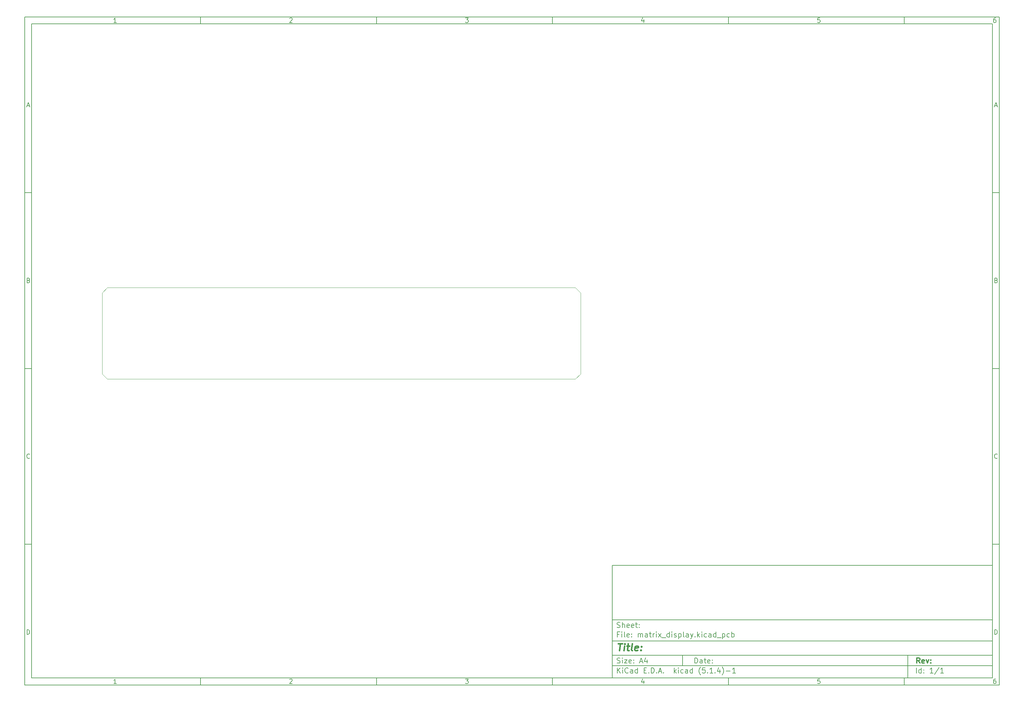
<source format=gm1>
G04 #@! TF.GenerationSoftware,KiCad,Pcbnew,(5.1.4)-1*
G04 #@! TF.CreationDate,2019-10-28T14:50:51+08:00*
G04 #@! TF.ProjectId,matrix_display,6d617472-6978-45f6-9469-73706c61792e,rev?*
G04 #@! TF.SameCoordinates,Original*
G04 #@! TF.FileFunction,Profile,NP*
%FSLAX46Y46*%
G04 Gerber Fmt 4.6, Leading zero omitted, Abs format (unit mm)*
G04 Created by KiCad (PCBNEW (5.1.4)-1) date 2019-10-28 14:50:51*
%MOMM*%
%LPD*%
G04 APERTURE LIST*
%ADD10C,0.150000*%
%ADD11C,0.300000*%
%ADD12C,0.400000*%
%ADD13C,0.100000*%
G04 APERTURE END LIST*
D10*
X177002200Y-166007200D02*
X177002200Y-198007200D01*
X285002200Y-198007200D01*
X285002200Y-166007200D01*
X177002200Y-166007200D01*
X10000000Y-10000000D02*
X10000000Y-200007200D01*
X287002200Y-200007200D01*
X287002200Y-10000000D01*
X10000000Y-10000000D01*
X12000000Y-12000000D02*
X12000000Y-198007200D01*
X285002200Y-198007200D01*
X285002200Y-12000000D01*
X12000000Y-12000000D01*
X60000000Y-12000000D02*
X60000000Y-10000000D01*
X110000000Y-12000000D02*
X110000000Y-10000000D01*
X160000000Y-12000000D02*
X160000000Y-10000000D01*
X210000000Y-12000000D02*
X210000000Y-10000000D01*
X260000000Y-12000000D02*
X260000000Y-10000000D01*
X36065476Y-11588095D02*
X35322619Y-11588095D01*
X35694047Y-11588095D02*
X35694047Y-10288095D01*
X35570238Y-10473809D01*
X35446428Y-10597619D01*
X35322619Y-10659523D01*
X85322619Y-10411904D02*
X85384523Y-10350000D01*
X85508333Y-10288095D01*
X85817857Y-10288095D01*
X85941666Y-10350000D01*
X86003571Y-10411904D01*
X86065476Y-10535714D01*
X86065476Y-10659523D01*
X86003571Y-10845238D01*
X85260714Y-11588095D01*
X86065476Y-11588095D01*
X135260714Y-10288095D02*
X136065476Y-10288095D01*
X135632142Y-10783333D01*
X135817857Y-10783333D01*
X135941666Y-10845238D01*
X136003571Y-10907142D01*
X136065476Y-11030952D01*
X136065476Y-11340476D01*
X136003571Y-11464285D01*
X135941666Y-11526190D01*
X135817857Y-11588095D01*
X135446428Y-11588095D01*
X135322619Y-11526190D01*
X135260714Y-11464285D01*
X185941666Y-10721428D02*
X185941666Y-11588095D01*
X185632142Y-10226190D02*
X185322619Y-11154761D01*
X186127380Y-11154761D01*
X236003571Y-10288095D02*
X235384523Y-10288095D01*
X235322619Y-10907142D01*
X235384523Y-10845238D01*
X235508333Y-10783333D01*
X235817857Y-10783333D01*
X235941666Y-10845238D01*
X236003571Y-10907142D01*
X236065476Y-11030952D01*
X236065476Y-11340476D01*
X236003571Y-11464285D01*
X235941666Y-11526190D01*
X235817857Y-11588095D01*
X235508333Y-11588095D01*
X235384523Y-11526190D01*
X235322619Y-11464285D01*
X285941666Y-10288095D02*
X285694047Y-10288095D01*
X285570238Y-10350000D01*
X285508333Y-10411904D01*
X285384523Y-10597619D01*
X285322619Y-10845238D01*
X285322619Y-11340476D01*
X285384523Y-11464285D01*
X285446428Y-11526190D01*
X285570238Y-11588095D01*
X285817857Y-11588095D01*
X285941666Y-11526190D01*
X286003571Y-11464285D01*
X286065476Y-11340476D01*
X286065476Y-11030952D01*
X286003571Y-10907142D01*
X285941666Y-10845238D01*
X285817857Y-10783333D01*
X285570238Y-10783333D01*
X285446428Y-10845238D01*
X285384523Y-10907142D01*
X285322619Y-11030952D01*
X60000000Y-198007200D02*
X60000000Y-200007200D01*
X110000000Y-198007200D02*
X110000000Y-200007200D01*
X160000000Y-198007200D02*
X160000000Y-200007200D01*
X210000000Y-198007200D02*
X210000000Y-200007200D01*
X260000000Y-198007200D02*
X260000000Y-200007200D01*
X36065476Y-199595295D02*
X35322619Y-199595295D01*
X35694047Y-199595295D02*
X35694047Y-198295295D01*
X35570238Y-198481009D01*
X35446428Y-198604819D01*
X35322619Y-198666723D01*
X85322619Y-198419104D02*
X85384523Y-198357200D01*
X85508333Y-198295295D01*
X85817857Y-198295295D01*
X85941666Y-198357200D01*
X86003571Y-198419104D01*
X86065476Y-198542914D01*
X86065476Y-198666723D01*
X86003571Y-198852438D01*
X85260714Y-199595295D01*
X86065476Y-199595295D01*
X135260714Y-198295295D02*
X136065476Y-198295295D01*
X135632142Y-198790533D01*
X135817857Y-198790533D01*
X135941666Y-198852438D01*
X136003571Y-198914342D01*
X136065476Y-199038152D01*
X136065476Y-199347676D01*
X136003571Y-199471485D01*
X135941666Y-199533390D01*
X135817857Y-199595295D01*
X135446428Y-199595295D01*
X135322619Y-199533390D01*
X135260714Y-199471485D01*
X185941666Y-198728628D02*
X185941666Y-199595295D01*
X185632142Y-198233390D02*
X185322619Y-199161961D01*
X186127380Y-199161961D01*
X236003571Y-198295295D02*
X235384523Y-198295295D01*
X235322619Y-198914342D01*
X235384523Y-198852438D01*
X235508333Y-198790533D01*
X235817857Y-198790533D01*
X235941666Y-198852438D01*
X236003571Y-198914342D01*
X236065476Y-199038152D01*
X236065476Y-199347676D01*
X236003571Y-199471485D01*
X235941666Y-199533390D01*
X235817857Y-199595295D01*
X235508333Y-199595295D01*
X235384523Y-199533390D01*
X235322619Y-199471485D01*
X285941666Y-198295295D02*
X285694047Y-198295295D01*
X285570238Y-198357200D01*
X285508333Y-198419104D01*
X285384523Y-198604819D01*
X285322619Y-198852438D01*
X285322619Y-199347676D01*
X285384523Y-199471485D01*
X285446428Y-199533390D01*
X285570238Y-199595295D01*
X285817857Y-199595295D01*
X285941666Y-199533390D01*
X286003571Y-199471485D01*
X286065476Y-199347676D01*
X286065476Y-199038152D01*
X286003571Y-198914342D01*
X285941666Y-198852438D01*
X285817857Y-198790533D01*
X285570238Y-198790533D01*
X285446428Y-198852438D01*
X285384523Y-198914342D01*
X285322619Y-199038152D01*
X10000000Y-60000000D02*
X12000000Y-60000000D01*
X10000000Y-110000000D02*
X12000000Y-110000000D01*
X10000000Y-160000000D02*
X12000000Y-160000000D01*
X10690476Y-35216666D02*
X11309523Y-35216666D01*
X10566666Y-35588095D02*
X11000000Y-34288095D01*
X11433333Y-35588095D01*
X11092857Y-84907142D02*
X11278571Y-84969047D01*
X11340476Y-85030952D01*
X11402380Y-85154761D01*
X11402380Y-85340476D01*
X11340476Y-85464285D01*
X11278571Y-85526190D01*
X11154761Y-85588095D01*
X10659523Y-85588095D01*
X10659523Y-84288095D01*
X11092857Y-84288095D01*
X11216666Y-84350000D01*
X11278571Y-84411904D01*
X11340476Y-84535714D01*
X11340476Y-84659523D01*
X11278571Y-84783333D01*
X11216666Y-84845238D01*
X11092857Y-84907142D01*
X10659523Y-84907142D01*
X11402380Y-135464285D02*
X11340476Y-135526190D01*
X11154761Y-135588095D01*
X11030952Y-135588095D01*
X10845238Y-135526190D01*
X10721428Y-135402380D01*
X10659523Y-135278571D01*
X10597619Y-135030952D01*
X10597619Y-134845238D01*
X10659523Y-134597619D01*
X10721428Y-134473809D01*
X10845238Y-134350000D01*
X11030952Y-134288095D01*
X11154761Y-134288095D01*
X11340476Y-134350000D01*
X11402380Y-134411904D01*
X10659523Y-185588095D02*
X10659523Y-184288095D01*
X10969047Y-184288095D01*
X11154761Y-184350000D01*
X11278571Y-184473809D01*
X11340476Y-184597619D01*
X11402380Y-184845238D01*
X11402380Y-185030952D01*
X11340476Y-185278571D01*
X11278571Y-185402380D01*
X11154761Y-185526190D01*
X10969047Y-185588095D01*
X10659523Y-185588095D01*
X287002200Y-60000000D02*
X285002200Y-60000000D01*
X287002200Y-110000000D02*
X285002200Y-110000000D01*
X287002200Y-160000000D02*
X285002200Y-160000000D01*
X285692676Y-35216666D02*
X286311723Y-35216666D01*
X285568866Y-35588095D02*
X286002200Y-34288095D01*
X286435533Y-35588095D01*
X286095057Y-84907142D02*
X286280771Y-84969047D01*
X286342676Y-85030952D01*
X286404580Y-85154761D01*
X286404580Y-85340476D01*
X286342676Y-85464285D01*
X286280771Y-85526190D01*
X286156961Y-85588095D01*
X285661723Y-85588095D01*
X285661723Y-84288095D01*
X286095057Y-84288095D01*
X286218866Y-84350000D01*
X286280771Y-84411904D01*
X286342676Y-84535714D01*
X286342676Y-84659523D01*
X286280771Y-84783333D01*
X286218866Y-84845238D01*
X286095057Y-84907142D01*
X285661723Y-84907142D01*
X286404580Y-135464285D02*
X286342676Y-135526190D01*
X286156961Y-135588095D01*
X286033152Y-135588095D01*
X285847438Y-135526190D01*
X285723628Y-135402380D01*
X285661723Y-135278571D01*
X285599819Y-135030952D01*
X285599819Y-134845238D01*
X285661723Y-134597619D01*
X285723628Y-134473809D01*
X285847438Y-134350000D01*
X286033152Y-134288095D01*
X286156961Y-134288095D01*
X286342676Y-134350000D01*
X286404580Y-134411904D01*
X285661723Y-185588095D02*
X285661723Y-184288095D01*
X285971247Y-184288095D01*
X286156961Y-184350000D01*
X286280771Y-184473809D01*
X286342676Y-184597619D01*
X286404580Y-184845238D01*
X286404580Y-185030952D01*
X286342676Y-185278571D01*
X286280771Y-185402380D01*
X286156961Y-185526190D01*
X285971247Y-185588095D01*
X285661723Y-185588095D01*
X200434342Y-193785771D02*
X200434342Y-192285771D01*
X200791485Y-192285771D01*
X201005771Y-192357200D01*
X201148628Y-192500057D01*
X201220057Y-192642914D01*
X201291485Y-192928628D01*
X201291485Y-193142914D01*
X201220057Y-193428628D01*
X201148628Y-193571485D01*
X201005771Y-193714342D01*
X200791485Y-193785771D01*
X200434342Y-193785771D01*
X202577200Y-193785771D02*
X202577200Y-193000057D01*
X202505771Y-192857200D01*
X202362914Y-192785771D01*
X202077200Y-192785771D01*
X201934342Y-192857200D01*
X202577200Y-193714342D02*
X202434342Y-193785771D01*
X202077200Y-193785771D01*
X201934342Y-193714342D01*
X201862914Y-193571485D01*
X201862914Y-193428628D01*
X201934342Y-193285771D01*
X202077200Y-193214342D01*
X202434342Y-193214342D01*
X202577200Y-193142914D01*
X203077200Y-192785771D02*
X203648628Y-192785771D01*
X203291485Y-192285771D02*
X203291485Y-193571485D01*
X203362914Y-193714342D01*
X203505771Y-193785771D01*
X203648628Y-193785771D01*
X204720057Y-193714342D02*
X204577200Y-193785771D01*
X204291485Y-193785771D01*
X204148628Y-193714342D01*
X204077200Y-193571485D01*
X204077200Y-193000057D01*
X204148628Y-192857200D01*
X204291485Y-192785771D01*
X204577200Y-192785771D01*
X204720057Y-192857200D01*
X204791485Y-193000057D01*
X204791485Y-193142914D01*
X204077200Y-193285771D01*
X205434342Y-193642914D02*
X205505771Y-193714342D01*
X205434342Y-193785771D01*
X205362914Y-193714342D01*
X205434342Y-193642914D01*
X205434342Y-193785771D01*
X205434342Y-192857200D02*
X205505771Y-192928628D01*
X205434342Y-193000057D01*
X205362914Y-192928628D01*
X205434342Y-192857200D01*
X205434342Y-193000057D01*
X177002200Y-194507200D02*
X285002200Y-194507200D01*
X178434342Y-196585771D02*
X178434342Y-195085771D01*
X179291485Y-196585771D02*
X178648628Y-195728628D01*
X179291485Y-195085771D02*
X178434342Y-195942914D01*
X179934342Y-196585771D02*
X179934342Y-195585771D01*
X179934342Y-195085771D02*
X179862914Y-195157200D01*
X179934342Y-195228628D01*
X180005771Y-195157200D01*
X179934342Y-195085771D01*
X179934342Y-195228628D01*
X181505771Y-196442914D02*
X181434342Y-196514342D01*
X181220057Y-196585771D01*
X181077200Y-196585771D01*
X180862914Y-196514342D01*
X180720057Y-196371485D01*
X180648628Y-196228628D01*
X180577200Y-195942914D01*
X180577200Y-195728628D01*
X180648628Y-195442914D01*
X180720057Y-195300057D01*
X180862914Y-195157200D01*
X181077200Y-195085771D01*
X181220057Y-195085771D01*
X181434342Y-195157200D01*
X181505771Y-195228628D01*
X182791485Y-196585771D02*
X182791485Y-195800057D01*
X182720057Y-195657200D01*
X182577200Y-195585771D01*
X182291485Y-195585771D01*
X182148628Y-195657200D01*
X182791485Y-196514342D02*
X182648628Y-196585771D01*
X182291485Y-196585771D01*
X182148628Y-196514342D01*
X182077200Y-196371485D01*
X182077200Y-196228628D01*
X182148628Y-196085771D01*
X182291485Y-196014342D01*
X182648628Y-196014342D01*
X182791485Y-195942914D01*
X184148628Y-196585771D02*
X184148628Y-195085771D01*
X184148628Y-196514342D02*
X184005771Y-196585771D01*
X183720057Y-196585771D01*
X183577200Y-196514342D01*
X183505771Y-196442914D01*
X183434342Y-196300057D01*
X183434342Y-195871485D01*
X183505771Y-195728628D01*
X183577200Y-195657200D01*
X183720057Y-195585771D01*
X184005771Y-195585771D01*
X184148628Y-195657200D01*
X186005771Y-195800057D02*
X186505771Y-195800057D01*
X186720057Y-196585771D02*
X186005771Y-196585771D01*
X186005771Y-195085771D01*
X186720057Y-195085771D01*
X187362914Y-196442914D02*
X187434342Y-196514342D01*
X187362914Y-196585771D01*
X187291485Y-196514342D01*
X187362914Y-196442914D01*
X187362914Y-196585771D01*
X188077200Y-196585771D02*
X188077200Y-195085771D01*
X188434342Y-195085771D01*
X188648628Y-195157200D01*
X188791485Y-195300057D01*
X188862914Y-195442914D01*
X188934342Y-195728628D01*
X188934342Y-195942914D01*
X188862914Y-196228628D01*
X188791485Y-196371485D01*
X188648628Y-196514342D01*
X188434342Y-196585771D01*
X188077200Y-196585771D01*
X189577200Y-196442914D02*
X189648628Y-196514342D01*
X189577200Y-196585771D01*
X189505771Y-196514342D01*
X189577200Y-196442914D01*
X189577200Y-196585771D01*
X190220057Y-196157200D02*
X190934342Y-196157200D01*
X190077200Y-196585771D02*
X190577200Y-195085771D01*
X191077200Y-196585771D01*
X191577200Y-196442914D02*
X191648628Y-196514342D01*
X191577200Y-196585771D01*
X191505771Y-196514342D01*
X191577200Y-196442914D01*
X191577200Y-196585771D01*
X194577200Y-196585771D02*
X194577200Y-195085771D01*
X194720057Y-196014342D02*
X195148628Y-196585771D01*
X195148628Y-195585771D02*
X194577200Y-196157200D01*
X195791485Y-196585771D02*
X195791485Y-195585771D01*
X195791485Y-195085771D02*
X195720057Y-195157200D01*
X195791485Y-195228628D01*
X195862914Y-195157200D01*
X195791485Y-195085771D01*
X195791485Y-195228628D01*
X197148628Y-196514342D02*
X197005771Y-196585771D01*
X196720057Y-196585771D01*
X196577200Y-196514342D01*
X196505771Y-196442914D01*
X196434342Y-196300057D01*
X196434342Y-195871485D01*
X196505771Y-195728628D01*
X196577200Y-195657200D01*
X196720057Y-195585771D01*
X197005771Y-195585771D01*
X197148628Y-195657200D01*
X198434342Y-196585771D02*
X198434342Y-195800057D01*
X198362914Y-195657200D01*
X198220057Y-195585771D01*
X197934342Y-195585771D01*
X197791485Y-195657200D01*
X198434342Y-196514342D02*
X198291485Y-196585771D01*
X197934342Y-196585771D01*
X197791485Y-196514342D01*
X197720057Y-196371485D01*
X197720057Y-196228628D01*
X197791485Y-196085771D01*
X197934342Y-196014342D01*
X198291485Y-196014342D01*
X198434342Y-195942914D01*
X199791485Y-196585771D02*
X199791485Y-195085771D01*
X199791485Y-196514342D02*
X199648628Y-196585771D01*
X199362914Y-196585771D01*
X199220057Y-196514342D01*
X199148628Y-196442914D01*
X199077200Y-196300057D01*
X199077200Y-195871485D01*
X199148628Y-195728628D01*
X199220057Y-195657200D01*
X199362914Y-195585771D01*
X199648628Y-195585771D01*
X199791485Y-195657200D01*
X202077200Y-197157200D02*
X202005771Y-197085771D01*
X201862914Y-196871485D01*
X201791485Y-196728628D01*
X201720057Y-196514342D01*
X201648628Y-196157200D01*
X201648628Y-195871485D01*
X201720057Y-195514342D01*
X201791485Y-195300057D01*
X201862914Y-195157200D01*
X202005771Y-194942914D01*
X202077200Y-194871485D01*
X203362914Y-195085771D02*
X202648628Y-195085771D01*
X202577200Y-195800057D01*
X202648628Y-195728628D01*
X202791485Y-195657200D01*
X203148628Y-195657200D01*
X203291485Y-195728628D01*
X203362914Y-195800057D01*
X203434342Y-195942914D01*
X203434342Y-196300057D01*
X203362914Y-196442914D01*
X203291485Y-196514342D01*
X203148628Y-196585771D01*
X202791485Y-196585771D01*
X202648628Y-196514342D01*
X202577200Y-196442914D01*
X204077200Y-196442914D02*
X204148628Y-196514342D01*
X204077200Y-196585771D01*
X204005771Y-196514342D01*
X204077200Y-196442914D01*
X204077200Y-196585771D01*
X205577200Y-196585771D02*
X204720057Y-196585771D01*
X205148628Y-196585771D02*
X205148628Y-195085771D01*
X205005771Y-195300057D01*
X204862914Y-195442914D01*
X204720057Y-195514342D01*
X206220057Y-196442914D02*
X206291485Y-196514342D01*
X206220057Y-196585771D01*
X206148628Y-196514342D01*
X206220057Y-196442914D01*
X206220057Y-196585771D01*
X207577200Y-195585771D02*
X207577200Y-196585771D01*
X207220057Y-195014342D02*
X206862914Y-196085771D01*
X207791485Y-196085771D01*
X208220057Y-197157200D02*
X208291485Y-197085771D01*
X208434342Y-196871485D01*
X208505771Y-196728628D01*
X208577200Y-196514342D01*
X208648628Y-196157200D01*
X208648628Y-195871485D01*
X208577200Y-195514342D01*
X208505771Y-195300057D01*
X208434342Y-195157200D01*
X208291485Y-194942914D01*
X208220057Y-194871485D01*
X209362914Y-196014342D02*
X210505771Y-196014342D01*
X212005771Y-196585771D02*
X211148628Y-196585771D01*
X211577200Y-196585771D02*
X211577200Y-195085771D01*
X211434342Y-195300057D01*
X211291485Y-195442914D01*
X211148628Y-195514342D01*
X177002200Y-191507200D02*
X285002200Y-191507200D01*
D11*
X264411485Y-193785771D02*
X263911485Y-193071485D01*
X263554342Y-193785771D02*
X263554342Y-192285771D01*
X264125771Y-192285771D01*
X264268628Y-192357200D01*
X264340057Y-192428628D01*
X264411485Y-192571485D01*
X264411485Y-192785771D01*
X264340057Y-192928628D01*
X264268628Y-193000057D01*
X264125771Y-193071485D01*
X263554342Y-193071485D01*
X265625771Y-193714342D02*
X265482914Y-193785771D01*
X265197200Y-193785771D01*
X265054342Y-193714342D01*
X264982914Y-193571485D01*
X264982914Y-193000057D01*
X265054342Y-192857200D01*
X265197200Y-192785771D01*
X265482914Y-192785771D01*
X265625771Y-192857200D01*
X265697200Y-193000057D01*
X265697200Y-193142914D01*
X264982914Y-193285771D01*
X266197200Y-192785771D02*
X266554342Y-193785771D01*
X266911485Y-192785771D01*
X267482914Y-193642914D02*
X267554342Y-193714342D01*
X267482914Y-193785771D01*
X267411485Y-193714342D01*
X267482914Y-193642914D01*
X267482914Y-193785771D01*
X267482914Y-192857200D02*
X267554342Y-192928628D01*
X267482914Y-193000057D01*
X267411485Y-192928628D01*
X267482914Y-192857200D01*
X267482914Y-193000057D01*
D10*
X178362914Y-193714342D02*
X178577200Y-193785771D01*
X178934342Y-193785771D01*
X179077200Y-193714342D01*
X179148628Y-193642914D01*
X179220057Y-193500057D01*
X179220057Y-193357200D01*
X179148628Y-193214342D01*
X179077200Y-193142914D01*
X178934342Y-193071485D01*
X178648628Y-193000057D01*
X178505771Y-192928628D01*
X178434342Y-192857200D01*
X178362914Y-192714342D01*
X178362914Y-192571485D01*
X178434342Y-192428628D01*
X178505771Y-192357200D01*
X178648628Y-192285771D01*
X179005771Y-192285771D01*
X179220057Y-192357200D01*
X179862914Y-193785771D02*
X179862914Y-192785771D01*
X179862914Y-192285771D02*
X179791485Y-192357200D01*
X179862914Y-192428628D01*
X179934342Y-192357200D01*
X179862914Y-192285771D01*
X179862914Y-192428628D01*
X180434342Y-192785771D02*
X181220057Y-192785771D01*
X180434342Y-193785771D01*
X181220057Y-193785771D01*
X182362914Y-193714342D02*
X182220057Y-193785771D01*
X181934342Y-193785771D01*
X181791485Y-193714342D01*
X181720057Y-193571485D01*
X181720057Y-193000057D01*
X181791485Y-192857200D01*
X181934342Y-192785771D01*
X182220057Y-192785771D01*
X182362914Y-192857200D01*
X182434342Y-193000057D01*
X182434342Y-193142914D01*
X181720057Y-193285771D01*
X183077200Y-193642914D02*
X183148628Y-193714342D01*
X183077200Y-193785771D01*
X183005771Y-193714342D01*
X183077200Y-193642914D01*
X183077200Y-193785771D01*
X183077200Y-192857200D02*
X183148628Y-192928628D01*
X183077200Y-193000057D01*
X183005771Y-192928628D01*
X183077200Y-192857200D01*
X183077200Y-193000057D01*
X184862914Y-193357200D02*
X185577200Y-193357200D01*
X184720057Y-193785771D02*
X185220057Y-192285771D01*
X185720057Y-193785771D01*
X186862914Y-192785771D02*
X186862914Y-193785771D01*
X186505771Y-192214342D02*
X186148628Y-193285771D01*
X187077200Y-193285771D01*
X263434342Y-196585771D02*
X263434342Y-195085771D01*
X264791485Y-196585771D02*
X264791485Y-195085771D01*
X264791485Y-196514342D02*
X264648628Y-196585771D01*
X264362914Y-196585771D01*
X264220057Y-196514342D01*
X264148628Y-196442914D01*
X264077200Y-196300057D01*
X264077200Y-195871485D01*
X264148628Y-195728628D01*
X264220057Y-195657200D01*
X264362914Y-195585771D01*
X264648628Y-195585771D01*
X264791485Y-195657200D01*
X265505771Y-196442914D02*
X265577200Y-196514342D01*
X265505771Y-196585771D01*
X265434342Y-196514342D01*
X265505771Y-196442914D01*
X265505771Y-196585771D01*
X265505771Y-195657200D02*
X265577200Y-195728628D01*
X265505771Y-195800057D01*
X265434342Y-195728628D01*
X265505771Y-195657200D01*
X265505771Y-195800057D01*
X268148628Y-196585771D02*
X267291485Y-196585771D01*
X267720057Y-196585771D02*
X267720057Y-195085771D01*
X267577200Y-195300057D01*
X267434342Y-195442914D01*
X267291485Y-195514342D01*
X269862914Y-195014342D02*
X268577200Y-196942914D01*
X271148628Y-196585771D02*
X270291485Y-196585771D01*
X270720057Y-196585771D02*
X270720057Y-195085771D01*
X270577200Y-195300057D01*
X270434342Y-195442914D01*
X270291485Y-195514342D01*
X177002200Y-187507200D02*
X285002200Y-187507200D01*
D12*
X178714580Y-188211961D02*
X179857438Y-188211961D01*
X179036009Y-190211961D02*
X179286009Y-188211961D01*
X180274104Y-190211961D02*
X180440771Y-188878628D01*
X180524104Y-188211961D02*
X180416961Y-188307200D01*
X180500295Y-188402438D01*
X180607438Y-188307200D01*
X180524104Y-188211961D01*
X180500295Y-188402438D01*
X181107438Y-188878628D02*
X181869342Y-188878628D01*
X181476485Y-188211961D02*
X181262200Y-189926247D01*
X181333628Y-190116723D01*
X181512200Y-190211961D01*
X181702676Y-190211961D01*
X182655057Y-190211961D02*
X182476485Y-190116723D01*
X182405057Y-189926247D01*
X182619342Y-188211961D01*
X184190771Y-190116723D02*
X183988390Y-190211961D01*
X183607438Y-190211961D01*
X183428866Y-190116723D01*
X183357438Y-189926247D01*
X183452676Y-189164342D01*
X183571723Y-188973866D01*
X183774104Y-188878628D01*
X184155057Y-188878628D01*
X184333628Y-188973866D01*
X184405057Y-189164342D01*
X184381247Y-189354819D01*
X183405057Y-189545295D01*
X185155057Y-190021485D02*
X185238390Y-190116723D01*
X185131247Y-190211961D01*
X185047914Y-190116723D01*
X185155057Y-190021485D01*
X185131247Y-190211961D01*
X185286009Y-188973866D02*
X185369342Y-189069104D01*
X185262200Y-189164342D01*
X185178866Y-189069104D01*
X185286009Y-188973866D01*
X185262200Y-189164342D01*
D10*
X178934342Y-185600057D02*
X178434342Y-185600057D01*
X178434342Y-186385771D02*
X178434342Y-184885771D01*
X179148628Y-184885771D01*
X179720057Y-186385771D02*
X179720057Y-185385771D01*
X179720057Y-184885771D02*
X179648628Y-184957200D01*
X179720057Y-185028628D01*
X179791485Y-184957200D01*
X179720057Y-184885771D01*
X179720057Y-185028628D01*
X180648628Y-186385771D02*
X180505771Y-186314342D01*
X180434342Y-186171485D01*
X180434342Y-184885771D01*
X181791485Y-186314342D02*
X181648628Y-186385771D01*
X181362914Y-186385771D01*
X181220057Y-186314342D01*
X181148628Y-186171485D01*
X181148628Y-185600057D01*
X181220057Y-185457200D01*
X181362914Y-185385771D01*
X181648628Y-185385771D01*
X181791485Y-185457200D01*
X181862914Y-185600057D01*
X181862914Y-185742914D01*
X181148628Y-185885771D01*
X182505771Y-186242914D02*
X182577200Y-186314342D01*
X182505771Y-186385771D01*
X182434342Y-186314342D01*
X182505771Y-186242914D01*
X182505771Y-186385771D01*
X182505771Y-185457200D02*
X182577200Y-185528628D01*
X182505771Y-185600057D01*
X182434342Y-185528628D01*
X182505771Y-185457200D01*
X182505771Y-185600057D01*
X184362914Y-186385771D02*
X184362914Y-185385771D01*
X184362914Y-185528628D02*
X184434342Y-185457200D01*
X184577200Y-185385771D01*
X184791485Y-185385771D01*
X184934342Y-185457200D01*
X185005771Y-185600057D01*
X185005771Y-186385771D01*
X185005771Y-185600057D02*
X185077200Y-185457200D01*
X185220057Y-185385771D01*
X185434342Y-185385771D01*
X185577200Y-185457200D01*
X185648628Y-185600057D01*
X185648628Y-186385771D01*
X187005771Y-186385771D02*
X187005771Y-185600057D01*
X186934342Y-185457200D01*
X186791485Y-185385771D01*
X186505771Y-185385771D01*
X186362914Y-185457200D01*
X187005771Y-186314342D02*
X186862914Y-186385771D01*
X186505771Y-186385771D01*
X186362914Y-186314342D01*
X186291485Y-186171485D01*
X186291485Y-186028628D01*
X186362914Y-185885771D01*
X186505771Y-185814342D01*
X186862914Y-185814342D01*
X187005771Y-185742914D01*
X187505771Y-185385771D02*
X188077200Y-185385771D01*
X187720057Y-184885771D02*
X187720057Y-186171485D01*
X187791485Y-186314342D01*
X187934342Y-186385771D01*
X188077200Y-186385771D01*
X188577200Y-186385771D02*
X188577200Y-185385771D01*
X188577200Y-185671485D02*
X188648628Y-185528628D01*
X188720057Y-185457200D01*
X188862914Y-185385771D01*
X189005771Y-185385771D01*
X189505771Y-186385771D02*
X189505771Y-185385771D01*
X189505771Y-184885771D02*
X189434342Y-184957200D01*
X189505771Y-185028628D01*
X189577200Y-184957200D01*
X189505771Y-184885771D01*
X189505771Y-185028628D01*
X190077200Y-186385771D02*
X190862914Y-185385771D01*
X190077200Y-185385771D02*
X190862914Y-186385771D01*
X191077200Y-186528628D02*
X192220057Y-186528628D01*
X193220057Y-186385771D02*
X193220057Y-184885771D01*
X193220057Y-186314342D02*
X193077200Y-186385771D01*
X192791485Y-186385771D01*
X192648628Y-186314342D01*
X192577200Y-186242914D01*
X192505771Y-186100057D01*
X192505771Y-185671485D01*
X192577200Y-185528628D01*
X192648628Y-185457200D01*
X192791485Y-185385771D01*
X193077200Y-185385771D01*
X193220057Y-185457200D01*
X193934342Y-186385771D02*
X193934342Y-185385771D01*
X193934342Y-184885771D02*
X193862914Y-184957200D01*
X193934342Y-185028628D01*
X194005771Y-184957200D01*
X193934342Y-184885771D01*
X193934342Y-185028628D01*
X194577200Y-186314342D02*
X194720057Y-186385771D01*
X195005771Y-186385771D01*
X195148628Y-186314342D01*
X195220057Y-186171485D01*
X195220057Y-186100057D01*
X195148628Y-185957200D01*
X195005771Y-185885771D01*
X194791485Y-185885771D01*
X194648628Y-185814342D01*
X194577200Y-185671485D01*
X194577200Y-185600057D01*
X194648628Y-185457200D01*
X194791485Y-185385771D01*
X195005771Y-185385771D01*
X195148628Y-185457200D01*
X195862914Y-185385771D02*
X195862914Y-186885771D01*
X195862914Y-185457200D02*
X196005771Y-185385771D01*
X196291485Y-185385771D01*
X196434342Y-185457200D01*
X196505771Y-185528628D01*
X196577200Y-185671485D01*
X196577200Y-186100057D01*
X196505771Y-186242914D01*
X196434342Y-186314342D01*
X196291485Y-186385771D01*
X196005771Y-186385771D01*
X195862914Y-186314342D01*
X197434342Y-186385771D02*
X197291485Y-186314342D01*
X197220057Y-186171485D01*
X197220057Y-184885771D01*
X198648628Y-186385771D02*
X198648628Y-185600057D01*
X198577200Y-185457200D01*
X198434342Y-185385771D01*
X198148628Y-185385771D01*
X198005771Y-185457200D01*
X198648628Y-186314342D02*
X198505771Y-186385771D01*
X198148628Y-186385771D01*
X198005771Y-186314342D01*
X197934342Y-186171485D01*
X197934342Y-186028628D01*
X198005771Y-185885771D01*
X198148628Y-185814342D01*
X198505771Y-185814342D01*
X198648628Y-185742914D01*
X199220057Y-185385771D02*
X199577200Y-186385771D01*
X199934342Y-185385771D02*
X199577200Y-186385771D01*
X199434342Y-186742914D01*
X199362914Y-186814342D01*
X199220057Y-186885771D01*
X200505771Y-186242914D02*
X200577200Y-186314342D01*
X200505771Y-186385771D01*
X200434342Y-186314342D01*
X200505771Y-186242914D01*
X200505771Y-186385771D01*
X201220057Y-186385771D02*
X201220057Y-184885771D01*
X201362914Y-185814342D02*
X201791485Y-186385771D01*
X201791485Y-185385771D02*
X201220057Y-185957200D01*
X202434342Y-186385771D02*
X202434342Y-185385771D01*
X202434342Y-184885771D02*
X202362914Y-184957200D01*
X202434342Y-185028628D01*
X202505771Y-184957200D01*
X202434342Y-184885771D01*
X202434342Y-185028628D01*
X203791485Y-186314342D02*
X203648628Y-186385771D01*
X203362914Y-186385771D01*
X203220057Y-186314342D01*
X203148628Y-186242914D01*
X203077200Y-186100057D01*
X203077200Y-185671485D01*
X203148628Y-185528628D01*
X203220057Y-185457200D01*
X203362914Y-185385771D01*
X203648628Y-185385771D01*
X203791485Y-185457200D01*
X205077200Y-186385771D02*
X205077200Y-185600057D01*
X205005771Y-185457200D01*
X204862914Y-185385771D01*
X204577200Y-185385771D01*
X204434342Y-185457200D01*
X205077200Y-186314342D02*
X204934342Y-186385771D01*
X204577200Y-186385771D01*
X204434342Y-186314342D01*
X204362914Y-186171485D01*
X204362914Y-186028628D01*
X204434342Y-185885771D01*
X204577200Y-185814342D01*
X204934342Y-185814342D01*
X205077200Y-185742914D01*
X206434342Y-186385771D02*
X206434342Y-184885771D01*
X206434342Y-186314342D02*
X206291485Y-186385771D01*
X206005771Y-186385771D01*
X205862914Y-186314342D01*
X205791485Y-186242914D01*
X205720057Y-186100057D01*
X205720057Y-185671485D01*
X205791485Y-185528628D01*
X205862914Y-185457200D01*
X206005771Y-185385771D01*
X206291485Y-185385771D01*
X206434342Y-185457200D01*
X206791485Y-186528628D02*
X207934342Y-186528628D01*
X208291485Y-185385771D02*
X208291485Y-186885771D01*
X208291485Y-185457200D02*
X208434342Y-185385771D01*
X208720057Y-185385771D01*
X208862914Y-185457200D01*
X208934342Y-185528628D01*
X209005771Y-185671485D01*
X209005771Y-186100057D01*
X208934342Y-186242914D01*
X208862914Y-186314342D01*
X208720057Y-186385771D01*
X208434342Y-186385771D01*
X208291485Y-186314342D01*
X210291485Y-186314342D02*
X210148628Y-186385771D01*
X209862914Y-186385771D01*
X209720057Y-186314342D01*
X209648628Y-186242914D01*
X209577200Y-186100057D01*
X209577200Y-185671485D01*
X209648628Y-185528628D01*
X209720057Y-185457200D01*
X209862914Y-185385771D01*
X210148628Y-185385771D01*
X210291485Y-185457200D01*
X210934342Y-186385771D02*
X210934342Y-184885771D01*
X210934342Y-185457200D02*
X211077200Y-185385771D01*
X211362914Y-185385771D01*
X211505771Y-185457200D01*
X211577200Y-185528628D01*
X211648628Y-185671485D01*
X211648628Y-186100057D01*
X211577200Y-186242914D01*
X211505771Y-186314342D01*
X211362914Y-186385771D01*
X211077200Y-186385771D01*
X210934342Y-186314342D01*
X177002200Y-181507200D02*
X285002200Y-181507200D01*
X178362914Y-183614342D02*
X178577200Y-183685771D01*
X178934342Y-183685771D01*
X179077200Y-183614342D01*
X179148628Y-183542914D01*
X179220057Y-183400057D01*
X179220057Y-183257200D01*
X179148628Y-183114342D01*
X179077200Y-183042914D01*
X178934342Y-182971485D01*
X178648628Y-182900057D01*
X178505771Y-182828628D01*
X178434342Y-182757200D01*
X178362914Y-182614342D01*
X178362914Y-182471485D01*
X178434342Y-182328628D01*
X178505771Y-182257200D01*
X178648628Y-182185771D01*
X179005771Y-182185771D01*
X179220057Y-182257200D01*
X179862914Y-183685771D02*
X179862914Y-182185771D01*
X180505771Y-183685771D02*
X180505771Y-182900057D01*
X180434342Y-182757200D01*
X180291485Y-182685771D01*
X180077200Y-182685771D01*
X179934342Y-182757200D01*
X179862914Y-182828628D01*
X181791485Y-183614342D02*
X181648628Y-183685771D01*
X181362914Y-183685771D01*
X181220057Y-183614342D01*
X181148628Y-183471485D01*
X181148628Y-182900057D01*
X181220057Y-182757200D01*
X181362914Y-182685771D01*
X181648628Y-182685771D01*
X181791485Y-182757200D01*
X181862914Y-182900057D01*
X181862914Y-183042914D01*
X181148628Y-183185771D01*
X183077200Y-183614342D02*
X182934342Y-183685771D01*
X182648628Y-183685771D01*
X182505771Y-183614342D01*
X182434342Y-183471485D01*
X182434342Y-182900057D01*
X182505771Y-182757200D01*
X182648628Y-182685771D01*
X182934342Y-182685771D01*
X183077200Y-182757200D01*
X183148628Y-182900057D01*
X183148628Y-183042914D01*
X182434342Y-183185771D01*
X183577200Y-182685771D02*
X184148628Y-182685771D01*
X183791485Y-182185771D02*
X183791485Y-183471485D01*
X183862914Y-183614342D01*
X184005771Y-183685771D01*
X184148628Y-183685771D01*
X184648628Y-183542914D02*
X184720057Y-183614342D01*
X184648628Y-183685771D01*
X184577200Y-183614342D01*
X184648628Y-183542914D01*
X184648628Y-183685771D01*
X184648628Y-182757200D02*
X184720057Y-182828628D01*
X184648628Y-182900057D01*
X184577200Y-182828628D01*
X184648628Y-182757200D01*
X184648628Y-182900057D01*
X197002200Y-191507200D02*
X197002200Y-194507200D01*
X261002200Y-191507200D02*
X261002200Y-198007200D01*
D13*
X168000000Y-111500000D02*
X166500000Y-113000000D01*
X32000000Y-111500000D02*
X33500000Y-113000000D01*
X166500000Y-87000000D02*
X168000000Y-88500000D01*
X32000000Y-88500000D02*
X33500000Y-87000000D01*
X168000000Y-88500000D02*
X168000000Y-111500000D01*
X32000000Y-88500000D02*
X32000000Y-111500000D01*
X33500000Y-113000000D02*
X166500000Y-113000000D01*
X33500000Y-87000000D02*
X166500000Y-87000000D01*
M02*

</source>
